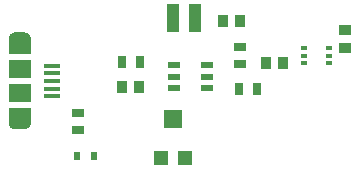
<source format=gbr>
G04*
G04 #@! TF.GenerationSoftware,Altium Limited,Altium Designer,24.6.1 (21)*
G04*
G04 Layer_Color=8421504*
%FSLAX25Y25*%
%MOIN*%
G70*
G04*
G04 #@! TF.SameCoordinates,5512D287-6342-4ABA-9CF6-7DAEAAFA0F20*
G04*
G04*
G04 #@! TF.FilePolarity,Positive*
G04*
G01*
G75*
%ADD16C,0.01968*%
%ADD17R,0.03937X0.03150*%
%ADD18R,0.02362X0.03150*%
%ADD19R,0.04724X0.04724*%
%ADD20R,0.06299X0.05906*%
%ADD21R,0.04134X0.03740*%
%ADD22R,0.02362X0.01575*%
%ADD23R,0.03740X0.04134*%
%ADD24R,0.05315X0.01575*%
%ADD25R,0.07480X0.05906*%
%ADD26R,0.03150X0.03937*%
%ADD27R,0.03850X0.02200*%
%ADD28R,0.04134X0.09449*%
G36*
X338240Y337390D02*
X330760Y337390D01*
Y342508D01*
X338240D01*
Y337390D01*
D02*
G37*
G36*
X336272Y335421D02*
X332728Y335421D01*
X332728Y337390D01*
X336272D01*
X336272Y335421D01*
D02*
G37*
G36*
X336272Y365736D02*
X332728D01*
Y367705D01*
X336272Y367705D01*
Y365736D01*
D02*
G37*
G36*
X338240Y360618D02*
X330760D01*
Y365736D01*
X338240D01*
Y360618D01*
D02*
G37*
D16*
X333713Y365736D02*
G03*
X333713Y365736I-984J0D01*
G01*
X337256D02*
G03*
X337256Y365736I-984J0D01*
G01*
X333713Y337390D02*
G03*
X333713Y337390I-984J0D01*
G01*
X337256D02*
G03*
X337256Y337390I-984J0D01*
G01*
D17*
X354000Y340953D02*
D03*
Y335047D02*
D03*
X408000Y362953D02*
D03*
Y357047D02*
D03*
D18*
X359354Y326500D02*
D03*
X353646D02*
D03*
D19*
X381563Y325894D02*
D03*
X389437D02*
D03*
D20*
X385500Y338689D02*
D03*
D21*
X443000Y362646D02*
D03*
Y368354D02*
D03*
D22*
X429366Y357441D02*
D03*
Y360000D02*
D03*
Y362559D02*
D03*
X437634D02*
D03*
Y360000D02*
D03*
Y357441D02*
D03*
D23*
X402146Y371500D02*
D03*
X407854D02*
D03*
X416646Y357500D02*
D03*
X422354D02*
D03*
X368646Y349500D02*
D03*
X374354D02*
D03*
D24*
X345130Y356681D02*
D03*
Y354122D02*
D03*
Y351563D02*
D03*
Y349004D02*
D03*
Y346445D02*
D03*
D25*
X334500Y355500D02*
D03*
X334500Y347626D02*
D03*
D26*
X368547Y358000D02*
D03*
X374453D02*
D03*
X407547Y349000D02*
D03*
X413453D02*
D03*
D27*
X386000Y356740D02*
D03*
Y353000D02*
D03*
Y349260D02*
D03*
X396750D02*
D03*
Y353000D02*
D03*
Y356740D02*
D03*
D28*
X385717Y372500D02*
D03*
X393000D02*
D03*
M02*

</source>
